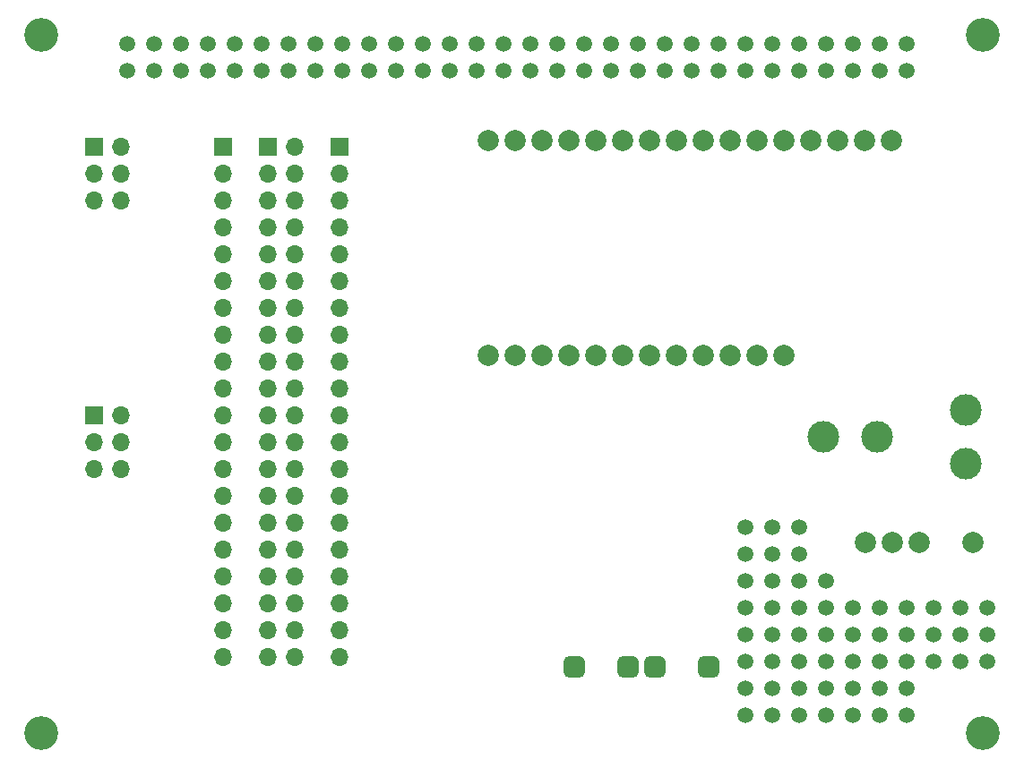
<source format=gts>
%TF.GenerationSoftware,KiCad,Pcbnew,(6.0.10)*%
%TF.CreationDate,2024-06-07T15:58:53+09:00*%
%TF.ProjectId,extension_circuit_board,65787465-6e73-4696-9f6e-5f6369726375,rev?*%
%TF.SameCoordinates,Original*%
%TF.FileFunction,Soldermask,Top*%
%TF.FilePolarity,Negative*%
%FSLAX46Y46*%
G04 Gerber Fmt 4.6, Leading zero omitted, Abs format (unit mm)*
G04 Created by KiCad (PCBNEW (6.0.10)) date 2024-06-07 15:58:53*
%MOMM*%
%LPD*%
G01*
G04 APERTURE LIST*
G04 Aperture macros list*
%AMRoundRect*
0 Rectangle with rounded corners*
0 $1 Rounding radius*
0 $2 $3 $4 $5 $6 $7 $8 $9 X,Y pos of 4 corners*
0 Add a 4 corners polygon primitive as box body*
4,1,4,$2,$3,$4,$5,$6,$7,$8,$9,$2,$3,0*
0 Add four circle primitives for the rounded corners*
1,1,$1+$1,$2,$3*
1,1,$1+$1,$4,$5*
1,1,$1+$1,$6,$7*
1,1,$1+$1,$8,$9*
0 Add four rect primitives between the rounded corners*
20,1,$1+$1,$2,$3,$4,$5,0*
20,1,$1+$1,$4,$5,$6,$7,0*
20,1,$1+$1,$6,$7,$8,$9,0*
20,1,$1+$1,$8,$9,$2,$3,0*%
G04 Aperture macros list end*
%ADD10C,1.500000*%
%ADD11C,3.200000*%
%ADD12R,1.700000X1.700000*%
%ADD13O,1.700000X1.700000*%
%ADD14RoundRect,0.500000X-0.500000X-0.500000X0.500000X-0.500000X0.500000X0.500000X-0.500000X0.500000X0*%
%ADD15C,3.000000*%
%ADD16C,2.000000*%
G04 APERTURE END LIST*
D10*
%TO.C,REF\u002A\u002A*%
X195580000Y-96520000D03*
%TD*%
%TO.C,REF\u002A\u002A*%
X198120000Y-101600000D03*
%TD*%
%TO.C,REF\u002A\u002A*%
X195580000Y-99060000D03*
%TD*%
%TO.C,REF\u002A\u002A*%
X193040000Y-101600000D03*
%TD*%
%TO.C,REF\u002A\u002A*%
X190500000Y-101600000D03*
%TD*%
%TO.C,REF\u002A\u002A*%
X193040000Y-99060000D03*
%TD*%
%TO.C,REF\u002A\u002A*%
X190500000Y-99060000D03*
%TD*%
%TO.C,REF\u002A\u002A*%
X193040000Y-96520000D03*
%TD*%
%TO.C,REF\u002A\u002A*%
X190500000Y-96520000D03*
%TD*%
%TO.C,REF\u002A\u002A*%
X195580000Y-101600000D03*
%TD*%
%TO.C,REF\u002A\u002A*%
X205740000Y-53340000D03*
%TD*%
%TO.C,REF\u002A\u002A*%
X205740000Y-50800000D03*
%TD*%
%TO.C,REF\u002A\u002A*%
X137160000Y-53340000D03*
%TD*%
%TO.C,REF\u002A\u002A*%
X134620000Y-53340000D03*
%TD*%
%TO.C,REF\u002A\u002A*%
X139700000Y-53340000D03*
%TD*%
%TO.C,REF\u002A\u002A*%
X132080000Y-53340000D03*
%TD*%
%TO.C,REF\u002A\u002A*%
X142240000Y-53340000D03*
%TD*%
%TO.C,REF\u002A\u002A*%
X152400000Y-53340000D03*
%TD*%
%TO.C,REF\u002A\u002A*%
X144780000Y-53340000D03*
%TD*%
%TO.C,REF\u002A\u002A*%
X149860000Y-53340000D03*
%TD*%
%TO.C,REF\u002A\u002A*%
X147320000Y-53340000D03*
%TD*%
%TO.C,REF\u002A\u002A*%
X137160000Y-50800000D03*
%TD*%
%TO.C,REF\u002A\u002A*%
X134620000Y-50800000D03*
%TD*%
%TO.C,REF\u002A\u002A*%
X139700000Y-50800000D03*
%TD*%
%TO.C,REF\u002A\u002A*%
X132080000Y-50800000D03*
%TD*%
%TO.C,REF\u002A\u002A*%
X142240000Y-50800000D03*
%TD*%
%TO.C,REF\u002A\u002A*%
X152400000Y-50800000D03*
%TD*%
%TO.C,REF\u002A\u002A*%
X144780000Y-50800000D03*
%TD*%
%TO.C,REF\u002A\u002A*%
X149860000Y-50800000D03*
%TD*%
%TO.C,REF\u002A\u002A*%
X147320000Y-50800000D03*
%TD*%
%TO.C,REF\u002A\u002A*%
X187960000Y-53340000D03*
%TD*%
%TO.C,REF\u002A\u002A*%
X185420000Y-53340000D03*
%TD*%
%TO.C,REF\u002A\u002A*%
X190500000Y-53340000D03*
%TD*%
%TO.C,REF\u002A\u002A*%
X182880000Y-53340000D03*
%TD*%
%TO.C,REF\u002A\u002A*%
X193040000Y-53340000D03*
%TD*%
%TO.C,REF\u002A\u002A*%
X203200000Y-53340000D03*
%TD*%
%TO.C,REF\u002A\u002A*%
X195580000Y-53340000D03*
%TD*%
%TO.C,REF\u002A\u002A*%
X200660000Y-53340000D03*
%TD*%
%TO.C,REF\u002A\u002A*%
X198120000Y-53340000D03*
%TD*%
%TO.C,REF\u002A\u002A*%
X180340000Y-53340000D03*
%TD*%
%TO.C,REF\u002A\u002A*%
X162560000Y-53340000D03*
%TD*%
%TO.C,REF\u002A\u002A*%
X160020000Y-53340000D03*
%TD*%
%TO.C,REF\u002A\u002A*%
X165100000Y-53340000D03*
%TD*%
%TO.C,REF\u002A\u002A*%
X157480000Y-53340000D03*
%TD*%
%TO.C,REF\u002A\u002A*%
X167640000Y-53340000D03*
%TD*%
%TO.C,REF\u002A\u002A*%
X177800000Y-53340000D03*
%TD*%
%TO.C,REF\u002A\u002A*%
X170180000Y-53340000D03*
%TD*%
%TO.C,REF\u002A\u002A*%
X175260000Y-53340000D03*
%TD*%
%TO.C,REF\u002A\u002A*%
X172720000Y-53340000D03*
%TD*%
%TO.C,REF\u002A\u002A*%
X154940000Y-53340000D03*
%TD*%
%TO.C,REF\u002A\u002A*%
X187960000Y-50800000D03*
%TD*%
%TO.C,REF\u002A\u002A*%
X185420000Y-50800000D03*
%TD*%
%TO.C,REF\u002A\u002A*%
X190500000Y-50800000D03*
%TD*%
%TO.C,REF\u002A\u002A*%
X182880000Y-50800000D03*
%TD*%
%TO.C,REF\u002A\u002A*%
X193040000Y-50800000D03*
%TD*%
%TO.C,REF\u002A\u002A*%
X203200000Y-50800000D03*
%TD*%
%TO.C,REF\u002A\u002A*%
X195580000Y-50800000D03*
%TD*%
%TO.C,REF\u002A\u002A*%
X200660000Y-50800000D03*
%TD*%
%TO.C,REF\u002A\u002A*%
X198120000Y-50800000D03*
%TD*%
%TO.C,REF\u002A\u002A*%
X180340000Y-50800000D03*
%TD*%
%TO.C,REF\u002A\u002A*%
X162560000Y-50800000D03*
%TD*%
%TO.C,REF\u002A\u002A*%
X160020000Y-50800000D03*
%TD*%
%TO.C,REF\u002A\u002A*%
X165100000Y-50800000D03*
%TD*%
%TO.C,REF\u002A\u002A*%
X157480000Y-50800000D03*
%TD*%
%TO.C,REF\u002A\u002A*%
X167640000Y-50800000D03*
%TD*%
%TO.C,REF\u002A\u002A*%
X177800000Y-50800000D03*
%TD*%
%TO.C,REF\u002A\u002A*%
X170180000Y-50800000D03*
%TD*%
%TO.C,REF\u002A\u002A*%
X175260000Y-50800000D03*
%TD*%
%TO.C,REF\u002A\u002A*%
X172720000Y-50800000D03*
%TD*%
%TO.C,REF\u002A\u002A*%
X154940000Y-50800000D03*
%TD*%
%TO.C,REF\u002A\u002A*%
X198120000Y-114300000D03*
%TD*%
%TO.C,REF\u002A\u002A*%
X195580000Y-114300000D03*
%TD*%
%TO.C,REF\u002A\u002A*%
X200660000Y-114300000D03*
%TD*%
%TO.C,REF\u002A\u002A*%
X193040000Y-114300000D03*
%TD*%
%TO.C,REF\u002A\u002A*%
X203200000Y-114300000D03*
%TD*%
%TO.C,REF\u002A\u002A*%
X205740000Y-114300000D03*
%TD*%
%TO.C,REF\u002A\u002A*%
X190500000Y-114300000D03*
%TD*%
%TO.C,REF\u002A\u002A*%
X198120000Y-111760000D03*
%TD*%
%TO.C,REF\u002A\u002A*%
X195580000Y-111760000D03*
%TD*%
%TO.C,REF\u002A\u002A*%
X200660000Y-111760000D03*
%TD*%
%TO.C,REF\u002A\u002A*%
X193040000Y-111760000D03*
%TD*%
%TO.C,REF\u002A\u002A*%
X203200000Y-111760000D03*
%TD*%
%TO.C,REF\u002A\u002A*%
X205740000Y-111760000D03*
%TD*%
%TO.C,REF\u002A\u002A*%
X190500000Y-111760000D03*
%TD*%
%TO.C,REF\u002A\u002A*%
X198120000Y-109220000D03*
%TD*%
%TO.C,REF\u002A\u002A*%
X195580000Y-109220000D03*
%TD*%
%TO.C,REF\u002A\u002A*%
X200660000Y-109220000D03*
%TD*%
%TO.C,REF\u002A\u002A*%
X193040000Y-109220000D03*
%TD*%
%TO.C,REF\u002A\u002A*%
X203200000Y-109220000D03*
%TD*%
%TO.C,REF\u002A\u002A*%
X213360000Y-109220000D03*
%TD*%
%TO.C,REF\u002A\u002A*%
X205740000Y-109220000D03*
%TD*%
%TO.C,REF\u002A\u002A*%
X210820000Y-109220000D03*
%TD*%
%TO.C,REF\u002A\u002A*%
X208280000Y-109220000D03*
%TD*%
%TO.C,REF\u002A\u002A*%
X190500000Y-109220000D03*
%TD*%
%TO.C,REF\u002A\u002A*%
X198120000Y-106680000D03*
%TD*%
%TO.C,REF\u002A\u002A*%
X195580000Y-106680000D03*
%TD*%
%TO.C,REF\u002A\u002A*%
X200660000Y-106680000D03*
%TD*%
%TO.C,REF\u002A\u002A*%
X193040000Y-106680000D03*
%TD*%
%TO.C,REF\u002A\u002A*%
X203200000Y-106680000D03*
%TD*%
%TO.C,REF\u002A\u002A*%
X213360000Y-106680000D03*
%TD*%
%TO.C,REF\u002A\u002A*%
X205740000Y-106680000D03*
%TD*%
%TO.C,REF\u002A\u002A*%
X210820000Y-106680000D03*
%TD*%
%TO.C,REF\u002A\u002A*%
X208280000Y-106680000D03*
%TD*%
%TO.C,REF\u002A\u002A*%
X190500000Y-106680000D03*
%TD*%
%TO.C,REF\u002A\u002A*%
X190500000Y-104140000D03*
%TD*%
%TO.C,REF\u002A\u002A*%
X213360000Y-104140000D03*
%TD*%
%TO.C,REF\u002A\u002A*%
X210820000Y-104140000D03*
%TD*%
%TO.C,REF\u002A\u002A*%
X208280000Y-104140000D03*
%TD*%
%TO.C,REF\u002A\u002A*%
X205740000Y-104140000D03*
%TD*%
%TO.C,REF\u002A\u002A*%
X203200000Y-104140000D03*
%TD*%
%TO.C,REF\u002A\u002A*%
X200660000Y-104140000D03*
%TD*%
%TO.C,REF\u002A\u002A*%
X198120000Y-104140000D03*
%TD*%
%TO.C,REF\u002A\u002A*%
X195580000Y-104140000D03*
%TD*%
%TO.C,REF\u002A\u002A*%
X193040000Y-104140000D03*
%TD*%
D11*
%TO.C,REF\u002A\u002A*%
X213000000Y-50000000D03*
%TD*%
D12*
%TO.C,J5*%
X152200000Y-60600000D03*
D13*
X152200000Y-63140000D03*
X152200000Y-65680000D03*
X152200000Y-68220000D03*
X152200000Y-70760000D03*
X152200000Y-73300000D03*
X152200000Y-75840000D03*
X152200000Y-78380000D03*
X152200000Y-80920000D03*
X152200000Y-83460000D03*
X152200000Y-86000000D03*
X152200000Y-88540000D03*
X152200000Y-91080000D03*
X152200000Y-93620000D03*
X152200000Y-96160000D03*
X152200000Y-98700000D03*
X152200000Y-101240000D03*
X152200000Y-103780000D03*
X152200000Y-106320000D03*
X152200000Y-108860000D03*
%TD*%
D12*
%TO.C,J7*%
X129000000Y-60600000D03*
D13*
X131540000Y-60600000D03*
X129000000Y-63140000D03*
X131540000Y-63140000D03*
X129000000Y-65680000D03*
X131540000Y-65680000D03*
%TD*%
D11*
%TO.C,REF\u002A\u002A*%
X124000000Y-50000000D03*
%TD*%
D12*
%TO.C,PiOLED*%
X129000000Y-86000000D03*
D13*
X131540000Y-86000000D03*
X129000000Y-88540000D03*
X131540000Y-88540000D03*
X129000000Y-91080000D03*
X131540000Y-91080000D03*
%TD*%
D14*
%TO.C,U1*%
X187040000Y-109790000D03*
X181960000Y-109790000D03*
X179420000Y-109790000D03*
X174340000Y-109790000D03*
%TD*%
D15*
%TO.C,J2*%
X197920000Y-88000000D03*
X203000000Y-88000000D03*
%TD*%
D11*
%TO.C,REF\u002A\u002A*%
X124000000Y-116000000D03*
%TD*%
D12*
%TO.C,J3*%
X141200000Y-60600000D03*
D13*
X141200000Y-63140000D03*
X141200000Y-65680000D03*
X141200000Y-68220000D03*
X141200000Y-70760000D03*
X141200000Y-73300000D03*
X141200000Y-75840000D03*
X141200000Y-78380000D03*
X141200000Y-80920000D03*
X141200000Y-83460000D03*
X141200000Y-86000000D03*
X141200000Y-88540000D03*
X141200000Y-91080000D03*
X141200000Y-93620000D03*
X141200000Y-96160000D03*
X141200000Y-98700000D03*
X141200000Y-101240000D03*
X141200000Y-103780000D03*
X141200000Y-106320000D03*
X141200000Y-108860000D03*
%TD*%
D11*
%TO.C,REF\u002A\u002A*%
X213000000Y-116000000D03*
%TD*%
D16*
%TO.C,J6*%
X204315000Y-59940000D03*
X201775000Y-59940000D03*
X199235000Y-59940000D03*
X196695000Y-59940000D03*
X194155000Y-59940000D03*
X191615000Y-59940000D03*
X189075000Y-59940000D03*
X186535000Y-59940000D03*
X183995000Y-59940000D03*
X181455000Y-59940000D03*
X178915000Y-59940000D03*
X176375000Y-59940000D03*
X173835000Y-59940000D03*
X171295000Y-59940000D03*
X168755000Y-59940000D03*
X166215000Y-59940000D03*
X194155000Y-80260000D03*
X191615000Y-80260000D03*
X189075000Y-80260000D03*
X186535000Y-80260000D03*
X183995000Y-80260000D03*
X181455000Y-80260000D03*
X178915000Y-80260000D03*
X176375000Y-80260000D03*
X173835000Y-80260000D03*
X171295000Y-80260000D03*
X168755000Y-80260000D03*
X166215000Y-80260000D03*
%TD*%
D15*
%TO.C,J1*%
X211355000Y-90540000D03*
X211355000Y-85460000D03*
%TD*%
D16*
%TO.C,SW1*%
X207000000Y-98000000D03*
X204460000Y-98000000D03*
X201920000Y-98000000D03*
X212080000Y-98000000D03*
%TD*%
D12*
%TO.C,J4*%
X145400000Y-60600000D03*
D13*
X147940000Y-60600000D03*
X145400000Y-63140000D03*
X147940000Y-63140000D03*
X145400000Y-65680000D03*
X147940000Y-65680000D03*
X145400000Y-68220000D03*
X147940000Y-68220000D03*
X145400000Y-70760000D03*
X147940000Y-70760000D03*
X145400000Y-73300000D03*
X147940000Y-73300000D03*
X145400000Y-75840000D03*
X147940000Y-75840000D03*
X145400000Y-78380000D03*
X147940000Y-78380000D03*
X145400000Y-80920000D03*
X147940000Y-80920000D03*
X145400000Y-83460000D03*
X147940000Y-83460000D03*
X145400000Y-86000000D03*
X147940000Y-86000000D03*
X145400000Y-88540000D03*
X147940000Y-88540000D03*
X145400000Y-91080000D03*
X147940000Y-91080000D03*
X145400000Y-93620000D03*
X147940000Y-93620000D03*
X145400000Y-96160000D03*
X147940000Y-96160000D03*
X145400000Y-98700000D03*
X147940000Y-98700000D03*
X145400000Y-101240000D03*
X147940000Y-101240000D03*
X145400000Y-103780000D03*
X147940000Y-103780000D03*
X145400000Y-106320000D03*
X147940000Y-106320000D03*
X145400000Y-108860000D03*
X147940000Y-108860000D03*
%TD*%
M02*

</source>
